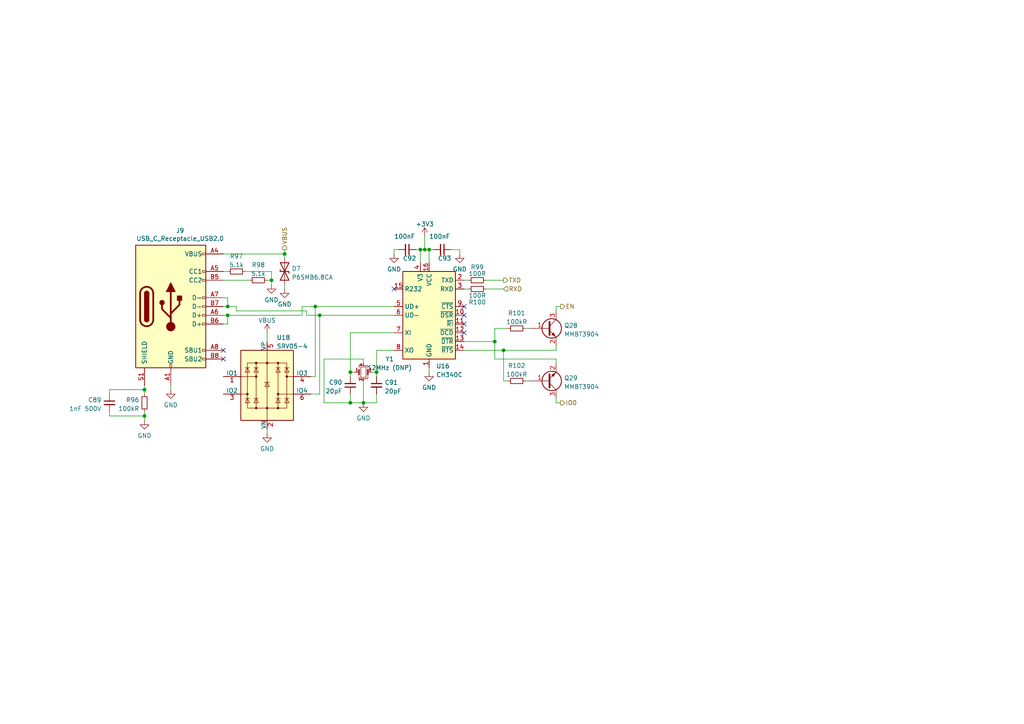
<source format=kicad_sch>
(kicad_sch (version 20211123) (generator eeschema)
  (paper "A4")
  (lib_symbols
    (symbol "Connector:USB_C_Receptacle_USB2.0" (pin_names (offset 1.016))
      (property "Reference" "J" (at -10.16 19.05 0))
      (property "Value" "USB_C_Receptacle_USB2.0" (at 19.05 19.05 0))
      (symbol "USB_C_Receptacle_USB2.0_0_0"
        (rectangle (start -0.254 -17.78) (end 0.254 -16.764))
        (rectangle (start 10.16 -14.986) (end 9.144 -15.494))
        (rectangle (start 10.16 -12.446) (end 9.144 -12.954))
        (rectangle (start 10.16 -4.826) (end 9.144 -5.334))
        (rectangle (start 10.16 -2.286) (end 9.144 -2.794))
        (rectangle (start 10.16 0.254) (end 9.144 -0.254))
        (rectangle (start 10.16 2.794) (end 9.144 2.286))
        (rectangle (start 10.16 7.874) (end 9.144 7.366))
        (rectangle (start 10.16 10.414) (end 9.144 9.906))
        (rectangle (start 10.16 15.494) (end 9.144 14.986))
      )
      (symbol "USB_C_Receptacle_USB2.0_0_1"
        (rectangle (start -10.16 17.78) (end 10.16 -17.78) (stroke (width 0.254)) (fill (type background)))
        (arc (start -8.89 -3.81) (mid -6.985 -5.715) (end -5.08 -3.81) (stroke (width 0.508)))
        (arc (start -7.62 -3.81) (mid -6.985 -4.445) (end -6.35 -3.81) (stroke (width 0.254)))
        (arc (start -7.62 -3.81) (mid -6.985 -4.445) (end -6.35 -3.81) (stroke (width 0.254)) (fill (type outline)))
        (rectangle (start -7.62 -3.81) (end -6.35 3.81) (stroke (width 0.254)) (fill (type outline)))
        (arc (start -6.35 3.81) (mid -6.985 4.445) (end -7.62 3.81) (stroke (width 0.254)))
        (arc (start -6.35 3.81) (mid -6.985 4.445) (end -7.62 3.81) (stroke (width 0.254)) (fill (type outline)))
        (arc (start -5.08 3.81) (mid -6.985 5.715) (end -8.89 3.81) (stroke (width 0.508)))
        (circle (center -2.54 1.143) (radius 0.635) (stroke (width 0.254)) (fill (type outline)))
        (circle (center 0 -5.842) (radius 1.27) (fill (type outline)))
        (polyline (pts (xy -8.89 -3.81) (xy -8.89 3.81)) (stroke (width 0.508)))
        (polyline (pts (xy -5.08 3.81) (xy -5.08 -3.81)) (stroke (width 0.508)))
        (polyline (pts (xy 0 -5.842) (xy 0 4.318)) (stroke (width 0.508)))
        (polyline (pts (xy 0 -3.302) (xy -2.54 -0.762) (xy -2.54 0.508)) (stroke (width 0.508)))
        (polyline (pts (xy 0 -2.032) (xy 2.54 0.508) (xy 2.54 1.778)) (stroke (width 0.508)))
        (polyline (pts (xy -1.27 4.318) (xy 0 6.858) (xy 1.27 4.318) (xy -1.27 4.318)) (stroke (width 0.254)) (fill (type outline)))
        (rectangle (start 1.905 1.778) (end 3.175 3.048) (stroke (width 0.254)) (fill (type outline)))
      )
      (symbol "USB_C_Receptacle_USB2.0_1_1"
        (pin passive line (at 0 -22.86 90) (length 5.08) (name "GND") (number "A1"))
        (pin passive line (at 0 -22.86 90) (length 5.08) hide (name "GND") (number "A12"))
        (pin passive line (at 15.24 15.24 180) (length 5.08) (name "VBUS") (number "A4"))
        (pin bidirectional line (at 15.24 10.16 180) (length 5.08) (name "CC1") (number "A5"))
        (pin bidirectional line (at 15.24 -2.54 180) (length 5.08) (name "D+") (number "A6"))
        (pin bidirectional line (at 15.24 2.54 180) (length 5.08) (name "D-") (number "A7"))
        (pin bidirectional line (at 15.24 -12.7 180) (length 5.08) (name "SBU1") (number "A8"))
        (pin passive line (at 15.24 15.24 180) (length 5.08) hide (name "VBUS") (number "A9"))
        (pin passive line (at 0 -22.86 90) (length 5.08) hide (name "GND") (number "B1"))
        (pin passive line (at 0 -22.86 90) (length 5.08) hide (name "GND") (number "B12"))
        (pin passive line (at 15.24 15.24 180) (length 5.08) hide (name "VBUS") (number "B4"))
        (pin bidirectional line (at 15.24 7.62 180) (length 5.08) (name "CC2") (number "B5"))
        (pin bidirectional line (at 15.24 -5.08 180) (length 5.08) (name "D+") (number "B6"))
        (pin bidirectional line (at 15.24 0 180) (length 5.08) (name "D-") (number "B7"))
        (pin bidirectional line (at 15.24 -15.24 180) (length 5.08) (name "SBU2") (number "B8"))
        (pin passive line (at 15.24 15.24 180) (length 5.08) hide (name "VBUS") (number "B9"))
        (pin passive line (at -7.62 -22.86 90) (length 5.08) (name "SHIELD") (number "S1"))
      )
    )
    (symbol "Device:C_Small" (pin_numbers hide) (pin_names (offset 0.254) hide)
      (property "Reference" "C" (at 0.254 1.778 0))
      (property "Value" "C_Small" (at 0.254 -2.032 0))
      (symbol "C_Small_0_1"
        (polyline (pts (xy -1.524 -0.508) (xy 1.524 -0.508)) (stroke (width 0.3302)))
        (polyline (pts (xy -1.524 0.508) (xy 1.524 0.508)) (stroke (width 0.3048)))
      )
      (symbol "C_Small_1_1"
        (pin passive line (at 0 2.54 270) (length 2.032) (name "~") (number "1"))
        (pin passive line (at 0 -2.54 90) (length 2.032) (name "~") (number "2"))
      )
    )
    (symbol "Device:Crystal_GND24_Small" (pin_names (offset 1.016) hide)
      (property "Reference" "Y" (at 1.27 4.445 0))
      (property "Value" "Crystal_GND24_Small" (at 1.27 2.54 0))
      (symbol "Crystal_GND24_Small_0_1"
        (rectangle (start -0.762 -1.524) (end 0.762 1.524))
        (polyline (pts (xy -1.27 -0.762) (xy -1.27 0.762)) (stroke (width 0.381)))
        (polyline (pts (xy 1.27 -0.762) (xy 1.27 0.762)) (stroke (width 0.381)))
        (polyline (pts (xy -1.27 -1.27) (xy -1.27 -1.905) (xy 1.27 -1.905) (xy 1.27 -1.27)))
        (polyline (pts (xy -1.27 1.27) (xy -1.27 1.905) (xy 1.27 1.905) (xy 1.27 1.27)))
      )
      (symbol "Crystal_GND24_Small_1_1"
        (pin passive line (at -2.54 0 0) (length 1.27) (name "1") (number "1"))
        (pin passive line (at 0 -2.54 90) (length 0.635) (name "2") (number "2"))
        (pin passive line (at 2.54 0 180) (length 1.27) (name "3") (number "3"))
        (pin passive line (at 0 2.54 270) (length 0.635) (name "4") (number "4"))
      )
    )
    (symbol "Device:D_TVS" (pin_numbers hide) (pin_names (offset 1.016) hide)
      (property "Reference" "D" (at 0 2.54 0))
      (property "Value" "D_TVS" (at 0 -2.54 0))
      (symbol "D_TVS_0_1"
        (polyline (pts (xy 1.27 0) (xy -1.27 0)))
        (polyline (pts (xy 0.508 1.27) (xy 0 1.27) (xy 0 -1.27) (xy -0.508 -1.27)) (stroke (width 0.254)))
        (polyline (pts (xy -2.54 1.27) (xy -2.54 -1.27) (xy 2.54 1.27) (xy 2.54 -1.27) (xy -2.54 1.27)) (stroke (width 0.254)))
      )
      (symbol "D_TVS_1_1"
        (pin passive line (at -3.81 0 0) (length 2.54) (name "A1") (number "1"))
        (pin passive line (at 3.81 0 180) (length 2.54) (name "A2") (number "2"))
      )
    )
    (symbol "Device:R_Small" (pin_numbers hide) (pin_names (offset 0.254) hide)
      (property "Reference" "R" (at 0.762 0.508 0))
      (property "Value" "R_Small" (at 0.762 -1.016 0))
      (symbol "R_Small_0_1"
        (rectangle (start -0.762 1.778) (end 0.762 -1.778) (stroke (width 0.2032)))
      )
      (symbol "R_Small_1_1"
        (pin passive line (at 0 2.54 270) (length 0.762) (name "~") (number "1"))
        (pin passive line (at 0 -2.54 90) (length 0.762) (name "~") (number "2"))
      )
    )
    (symbol "Interface_USB:CH340G"
      (property "Reference" "U" (at -5.08 13.97 0))
      (property "Value" "CH340G" (at 1.27 13.97 0))
      (symbol "CH340G_0_1"
        (rectangle (start -7.62 12.7) (end 7.62 -12.7) (stroke (width 0.254)) (fill (type background)))
      )
      (symbol "CH340G_1_1"
        (pin power_in line (at 0 -15.24 90) (length 2.54) (name "GND") (number "1"))
        (pin input line (at 10.16 0 180) (length 2.54) (name "~{DSR}") (number "10"))
        (pin input line (at 10.16 -2.54 180) (length 2.54) (name "~{RI}") (number "11"))
        (pin input line (at 10.16 -5.08 180) (length 2.54) (name "~{DCD}") (number "12"))
        (pin output line (at 10.16 -7.62 180) (length 2.54) (name "~{DTR}") (number "13"))
        (pin output line (at 10.16 -10.16 180) (length 2.54) (name "~{RTS}") (number "14"))
        (pin input line (at -10.16 7.62 0) (length 2.54) (name "R232") (number "15"))
        (pin power_in line (at 0 15.24 270) (length 2.54) (name "VCC") (number "16"))
        (pin output line (at 10.16 10.16 180) (length 2.54) (name "TXD") (number "2"))
        (pin input line (at 10.16 7.62 180) (length 2.54) (name "RXD") (number "3"))
        (pin passive line (at -2.54 15.24 270) (length 2.54) (name "V3") (number "4"))
        (pin bidirectional line (at -10.16 2.54 0) (length 2.54) (name "UD+") (number "5"))
        (pin bidirectional line (at -10.16 0 0) (length 2.54) (name "UD-") (number "6"))
        (pin input line (at -10.16 -5.08 0) (length 2.54) (name "XI") (number "7"))
        (pin output line (at -10.16 -10.16 0) (length 2.54) (name "XO") (number "8"))
        (pin input line (at 10.16 2.54 180) (length 2.54) (name "~{CTS}") (number "9"))
      )
    )
    (symbol "Power_Protection:SRV05-4" (pin_names (offset 0))
      (property "Reference" "U" (at -5.08 11.43 0))
      (property "Value" "SRV05-4" (at 2.54 11.43 0))
      (symbol "SRV05-4_0_0"
        (rectangle (start -5.715 6.477) (end 5.715 -6.604))
        (polyline (pts (xy -3.175 -6.604) (xy -3.175 6.477)))
        (polyline (pts (xy 3.175 6.477) (xy 3.175 -6.604)))
      )
      (symbol "SRV05-4_0_1"
        (rectangle (start -7.62 10.16) (end 7.62 -10.16) (stroke (width 0.254)) (fill (type background)))
        (circle (center -5.715 -2.54) (radius 0.2794) (fill (type outline)))
        (circle (center -3.175 -6.604) (radius 0.2794) (fill (type outline)))
        (circle (center -3.175 2.54) (radius 0.2794) (fill (type outline)))
        (circle (center -3.175 6.477) (radius 0.2794) (fill (type outline)))
        (circle (center 0 -6.604) (radius 0.2794) (fill (type outline)))
        (polyline (pts (xy -7.747 2.54) (xy -3.175 2.54)))
        (polyline (pts (xy -7.62 -2.54) (xy -5.715 -2.54)))
        (polyline (pts (xy -5.08 -3.81) (xy -6.35 -3.81)))
        (polyline (pts (xy -5.08 5.08) (xy -6.35 5.08)))
        (polyline (pts (xy -2.54 -3.81) (xy -3.81 -3.81)))
        (polyline (pts (xy -2.54 5.08) (xy -3.81 5.08)))
        (polyline (pts (xy 0 10.16) (xy 0 -10.16)))
        (polyline (pts (xy 3.81 -3.81) (xy 2.54 -3.81)))
        (polyline (pts (xy 3.81 5.08) (xy 2.54 5.08)))
        (polyline (pts (xy 6.35 -3.81) (xy 5.08 -3.81)))
        (polyline (pts (xy 6.35 5.08) (xy 5.08 5.08)))
        (polyline (pts (xy 7.62 -2.54) (xy 3.175 -2.54)))
        (polyline (pts (xy 7.62 2.54) (xy 5.715 2.54)))
        (polyline (pts (xy 0.635 0.889) (xy -0.635 0.889) (xy -0.635 0.635)))
        (polyline (pts (xy -5.08 -5.08) (xy -6.35 -5.08) (xy -5.715 -3.81) (xy -5.08 -5.08)))
        (polyline (pts (xy -5.08 3.81) (xy -6.35 3.81) (xy -5.715 5.08) (xy -5.08 3.81)))
        (polyline (pts (xy -2.54 -5.08) (xy -3.81 -5.08) (xy -3.175 -3.81) (xy -2.54 -5.08)))
        (polyline (pts (xy -2.54 3.81) (xy -3.81 3.81) (xy -3.175 5.08) (xy -2.54 3.81)))
        (polyline (pts (xy 0.635 -0.381) (xy -0.635 -0.381) (xy 0 0.889) (xy 0.635 -0.381)))
        (polyline (pts (xy 3.81 -5.08) (xy 2.54 -5.08) (xy 3.175 -3.81) (xy 3.81 -5.08)))
        (polyline (pts (xy 3.81 3.81) (xy 2.54 3.81) (xy 3.175 5.08) (xy 3.81 3.81)))
        (polyline (pts (xy 6.35 -5.08) (xy 5.08 -5.08) (xy 5.715 -3.81) (xy 6.35 -5.08)))
        (polyline (pts (xy 6.35 3.81) (xy 5.08 3.81) (xy 5.715 5.08) (xy 6.35 3.81)))
        (circle (center 0 6.477) (radius 0.2794) (fill (type outline)))
        (circle (center 3.175 -6.604) (radius 0.2794) (fill (type outline)))
        (circle (center 3.175 -2.54) (radius 0.2794) (fill (type outline)))
        (circle (center 3.175 6.477) (radius 0.2794) (fill (type outline)))
        (circle (center 5.715 2.54) (radius 0.2794) (fill (type outline)))
      )
      (symbol "SRV05-4_1_1"
        (pin passive line (at -12.7 2.54 0) (length 5.08) (name "IO1") (number "1"))
        (pin passive line (at 0 -12.7 90) (length 2.54) (name "VN") (number "2"))
        (pin passive line (at -12.7 -2.54 0) (length 5.08) (name "IO2") (number "3"))
        (pin passive line (at 12.7 2.54 180) (length 5.08) (name "IO3") (number "4"))
        (pin passive line (at 0 12.7 270) (length 2.54) (name "VP") (number "5"))
        (pin passive line (at 12.7 -2.54 180) (length 5.08) (name "IO4") (number "6"))
      )
    )
    (symbol "Transistor_BJT:MMBT3904" (pin_names (offset 0) hide)
      (property "Reference" "Q" (at 5.08 1.905 0))
      (property "Value" "MMBT3904" (at 5.08 0 0))
      (symbol "MMBT3904_0_1"
        (polyline (pts (xy 0.635 0.635) (xy 2.54 2.54)))
        (polyline (pts (xy 0.635 -0.635) (xy 2.54 -2.54) (xy 2.54 -2.54)))
        (polyline (pts (xy 0.635 1.905) (xy 0.635 -1.905) (xy 0.635 -1.905)) (stroke (width 0.508)))
        (polyline (pts (xy 1.27 -1.778) (xy 1.778 -1.27) (xy 2.286 -2.286) (xy 1.27 -1.778) (xy 1.27 -1.778)) (fill (type outline)))
        (circle (center 1.27 0) (radius 2.8194) (stroke (width 0.254)))
      )
      (symbol "MMBT3904_1_1"
        (pin input line (at -5.08 0 0) (length 5.715) (name "B") (number "1"))
        (pin passive line (at 2.54 -5.08 90) (length 2.54) (name "E") (number "2"))
        (pin passive line (at 2.54 5.08 270) (length 2.54) (name "C") (number "3"))
      )
    )
    (symbol "power:+3V3" (power) (pin_names (offset 0))
      (property "Value" "+3V3" (at 0 3.556 0))
      (symbol "+3V3_0_1"
        (polyline (pts (xy -0.762 1.27) (xy 0 2.54)))
        (polyline (pts (xy 0 0) (xy 0 2.54)))
        (polyline (pts (xy 0 2.54) (xy 0.762 1.27)))
      )
      (symbol "+3V3_1_1"
        (pin power_in line (at 0 0 90) (length 0) hide (name "+3V3") (number "1"))
      )
    )
    (symbol "power:GND" (power) (pin_names (offset 0))
      (property "Value" "GND" (at 0 -3.81 0))
      (symbol "GND_0_1"
        (polyline (pts (xy 0 0) (xy 0 -1.27) (xy 1.27 -1.27) (xy 0 -2.54) (xy -1.27 -1.27) (xy 0 -1.27)))
      )
      (symbol "GND_1_1"
        (pin power_in line (at 0 0 270) (length 0) hide (name "GND") (number "1"))
      )
    )
    (symbol "power:VBUS" (power) (pin_names (offset 0))
      (property "Value" "VBUS" (at 0 3.81 0))
      (symbol "VBUS_0_1"
        (polyline (pts (xy -0.762 1.27) (xy 0 2.54)))
        (polyline (pts (xy 0 0) (xy 0 2.54)))
        (polyline (pts (xy 0 2.54) (xy 0.762 1.27)))
      )
      (symbol "VBUS_1_1"
        (pin power_in line (at 0 0 90) (length 0) hide (name "VBUS") (number "1"))
      )
    )
  )
  (junction (at 78.74 81.28))
  (junction (at 121.92 72.39))
  (junction (at 105.41 116.84))
  (junction (at 92.71 91.44))
  (junction (at 101.6 107.95))
  (junction (at 41.91 120.65))
  (junction (at 82.55 73.66))
  (junction (at 146.05 101.6))
  (junction (at 66.04 91.44))
  (junction (at 124.46 72.39))
  (junction (at 41.91 113.03))
  (junction (at 101.6 116.84))
  (junction (at 66.04 88.9))
  (junction (at 123.19 72.39))
  (junction (at 109.22 107.95))
  (junction (at 143.51 99.06))
  (junction (at 91.44 88.9))
  (no_connect (at 64.77 104.14))
  (no_connect (at 134.62 88.9))
  (no_connect (at 114.3 83.82))
  (no_connect (at 64.77 101.6))
  (no_connect (at 134.62 96.52))
  (no_connect (at 134.62 91.44))
  (no_connect (at 134.62 93.98))
  (wire (pts (xy 41.91 119.38) (xy 41.91 120.65)))
  (wire (pts (xy 140.97 83.82) (xy 146.05 83.82)))
  (wire (pts (xy 105.41 116.84) (xy 109.22 116.84)))
  (wire (pts (xy 162.56 88.9) (xy 161.29 88.9)))
  (wire (pts (xy 41.91 120.65) (xy 41.91 121.92)))
  (wire (pts (xy 88.9 91.44) (xy 92.71 91.44)))
  (wire (pts (xy 123.19 68.58) (xy 123.19 72.39)))
  (wire (pts (xy 134.62 99.06) (xy 143.51 99.06)))
  (wire (pts (xy 133.35 72.39) (xy 133.35 73.66)))
  (wire (pts (xy 82.55 73.66) (xy 82.55 74.93)))
  (wire (pts (xy 64.77 88.9) (xy 66.04 88.9)))
  (wire (pts (xy 161.29 88.9) (xy 161.29 90.17)))
  (wire (pts (xy 120.65 72.39) (xy 121.92 72.39)))
  (wire (pts (xy 90.17 109.22) (xy 91.44 109.22)))
  (wire (pts (xy 31.75 113.03) (xy 41.91 113.03)))
  (wire (pts (xy 66.04 91.44) (xy 66.04 93.98)))
  (wire (pts (xy 124.46 106.68) (xy 124.46 107.95)))
  (wire (pts (xy 152.4 95.25) (xy 153.67 95.25)))
  (wire (pts (xy 78.74 81.28) (xy 78.74 78.74)))
  (wire (pts (xy 121.92 76.2) (xy 121.92 72.39)))
  (wire (pts (xy 64.77 86.36) (xy 66.04 86.36)))
  (wire (pts (xy 146.05 101.6) (xy 146.05 110.49)))
  (wire (pts (xy 41.91 111.76) (xy 41.91 113.03)))
  (wire (pts (xy 134.62 83.82) (xy 135.89 83.82)))
  (wire (pts (xy 87.63 88.9) (xy 91.44 88.9)))
  (wire (pts (xy 114.3 96.52) (xy 101.6 96.52)))
  (wire (pts (xy 101.6 96.52) (xy 101.6 107.95)))
  (wire (pts (xy 162.56 116.84) (xy 161.29 116.84)))
  (wire (pts (xy 161.29 105.41) (xy 161.29 104.14)))
  (wire (pts (xy 101.6 107.95) (xy 102.87 107.95)))
  (wire (pts (xy 31.75 120.65) (xy 31.75 119.38)))
  (wire (pts (xy 64.77 81.28) (xy 72.39 81.28)))
  (wire (pts (xy 91.44 88.9) (xy 91.44 109.22)))
  (wire (pts (xy 130.81 72.39) (xy 133.35 72.39)))
  (wire (pts (xy 88.9 91.44) (xy 88.9 90.17)))
  (wire (pts (xy 143.51 104.14) (xy 161.29 104.14)))
  (wire (pts (xy 41.91 120.65) (xy 31.75 120.65)))
  (wire (pts (xy 66.04 86.36) (xy 66.04 88.9)))
  (wire (pts (xy 125.73 72.39) (xy 124.46 72.39)))
  (wire (pts (xy 161.29 100.33) (xy 161.29 101.6)))
  (wire (pts (xy 68.58 88.9) (xy 66.04 88.9)))
  (wire (pts (xy 92.71 91.44) (xy 114.3 91.44)))
  (wire (pts (xy 64.77 78.74) (xy 66.04 78.74)))
  (wire (pts (xy 64.77 93.98) (xy 66.04 93.98)))
  (wire (pts (xy 82.55 82.55) (xy 82.55 83.82)))
  (wire (pts (xy 90.17 114.3) (xy 92.71 114.3)))
  (wire (pts (xy 134.62 101.6) (xy 146.05 101.6)))
  (wire (pts (xy 143.51 95.25) (xy 143.51 99.06)))
  (wire (pts (xy 82.55 72.39) (xy 82.55 73.66)))
  (wire (pts (xy 109.22 107.95) (xy 109.22 109.22)))
  (wire (pts (xy 87.63 91.44) (xy 66.04 91.44)))
  (wire (pts (xy 64.77 73.66) (xy 82.55 73.66)))
  (wire (pts (xy 143.51 95.25) (xy 147.32 95.25)))
  (wire (pts (xy 92.71 91.44) (xy 92.71 114.3)))
  (wire (pts (xy 105.41 104.14) (xy 93.98 104.14)))
  (wire (pts (xy 77.47 96.52) (xy 77.47 99.06)))
  (wire (pts (xy 87.63 88.9) (xy 87.63 91.44)))
  (wire (pts (xy 109.22 116.84) (xy 109.22 114.3)))
  (wire (pts (xy 109.22 101.6) (xy 114.3 101.6)))
  (wire (pts (xy 105.41 105.41) (xy 105.41 104.14)))
  (wire (pts (xy 121.92 72.39) (xy 123.19 72.39)))
  (wire (pts (xy 101.6 116.84) (xy 101.6 114.3)))
  (wire (pts (xy 88.9 90.17) (xy 68.58 90.17)))
  (wire (pts (xy 105.41 116.84) (xy 101.6 116.84)))
  (wire (pts (xy 31.75 114.3) (xy 31.75 113.03)))
  (wire (pts (xy 161.29 116.84) (xy 161.29 115.57)))
  (wire (pts (xy 114.3 73.66) (xy 114.3 72.39)))
  (wire (pts (xy 68.58 90.17) (xy 68.58 88.9)))
  (wire (pts (xy 140.97 81.28) (xy 146.05 81.28)))
  (wire (pts (xy 78.74 82.55) (xy 78.74 81.28)))
  (wire (pts (xy 41.91 113.03) (xy 41.91 114.3)))
  (wire (pts (xy 146.05 110.49) (xy 147.32 110.49)))
  (wire (pts (xy 93.98 104.14) (xy 93.98 116.84)))
  (wire (pts (xy 49.53 111.76) (xy 49.53 113.03)))
  (wire (pts (xy 123.19 72.39) (xy 124.46 72.39)))
  (wire (pts (xy 109.22 107.95) (xy 109.22 101.6)))
  (wire (pts (xy 101.6 109.22) (xy 101.6 107.95)))
  (wire (pts (xy 93.98 116.84) (xy 101.6 116.84)))
  (wire (pts (xy 77.47 124.46) (xy 77.47 125.73)))
  (wire (pts (xy 143.51 99.06) (xy 143.51 104.14)))
  (wire (pts (xy 161.29 101.6) (xy 146.05 101.6)))
  (wire (pts (xy 77.47 81.28) (xy 78.74 81.28)))
  (wire (pts (xy 152.4 110.49) (xy 153.67 110.49)))
  (wire (pts (xy 78.74 78.74) (xy 71.12 78.74)))
  (wire (pts (xy 91.44 88.9) (xy 114.3 88.9)))
  (wire (pts (xy 134.62 81.28) (xy 135.89 81.28)))
  (wire (pts (xy 105.41 110.49) (xy 105.41 116.84)))
  (wire (pts (xy 124.46 72.39) (xy 124.46 76.2)))
  (wire (pts (xy 107.95 107.95) (xy 109.22 107.95)))
  (wire (pts (xy 114.3 72.39) (xy 115.57 72.39)))
  (wire (pts (xy 64.77 91.44) (xy 66.04 91.44)))
  (hierarchical_label "IO0" (shape output) (at 162.56 116.84 0))
  (hierarchical_label "EN" (shape output) (at 162.56 88.9 0))
  (hierarchical_label "VBUS" (shape output) (at 82.55 72.39 90))
  (hierarchical_label "RXD" (shape input) (at 146.05 83.82 0))
  (hierarchical_label "TXD" (shape output) (at 146.05 81.28 0))
  (symbol (lib_id "Device:C_Small") (at 31.75 116.84 0) (mirror y) (unit 1)
    (property "Reference" "C89" (at 29.4259 116.0116 0) (effects (justify left)))
    (property "Value" "1nF 500V" (at 29.4259 118.5485 0) (effects (justify left)))
    (property "Footprint" "Capacitor_SMD:C_1206_3216Metric" (effects hide))
    (property "LCSC" "C35216" (effects hide))
  )
  (symbol (lib_id "Connector:USB_C_Receptacle_USB2.0") (at 49.53 88.9 0) (unit 1)
    (property "Reference" "J9" (at 52.2478 66.8782 0))
    (property "Value" "USB_C_Receptacle_USB2.0" (at 52.2478 69.1896 0))
    (property "Footprint" "Connector_USB:USB_C_Receptacle_Palconn_UTC16-G" (effects hide))
    (property "Datasheet" "https://datasheet.lcsc.com/lcsc/2103051833_Jing-Extension-of-the-Electronic-Co.-918-418K2023S40001_C167321.pdf" (effects hide))
    (property "LCSC" "C167321" (effects hide))
  )
  (symbol (lib_id "Transistor_BJT:MMBT3904") (at 158.75 95.25 0) (unit 1)
    (property "Reference" "Q28" (at 163.6014 94.4153 0) (effects (justify left)))
    (property "Value" "MMBT3904" (at 163.6014 96.9522 0) (effects (justify left)))
    (property "Footprint" "Package_TO_SOT_SMD:SOT-23" (effects hide))
    (property "Datasheet" "https://www.onsemi.com/pub/Collateral/2N3903-D.PDF" (effects hide))
    (property "LCSC" "C20526" (effects hide))
  )
  (symbol (lib_id "Device:R_Small") (at 149.86 110.49 90) (mirror x) (unit 1)
    (property "Reference" "R102" (at 149.86 106.0536 90))
    (property "Value" "100kR" (at 149.86 108.5905 90))
    (property "Footprint" "Resistor_SMD:R_0402_1005Metric" (effects hide))
    (property "LCSC" "C25741" (effects hide))
  )
  (symbol (lib_id "power:GND") (at 105.41 116.84 0) (unit 1)
    (property "Reference" "#PWR0268" (effects hide))
    (property "Value" "GND" (at 105.41 121.2834 0))
  )
  (symbol (lib_id "Device:R_Small") (at 138.43 81.28 270) (unit 1)
    (property "Reference" "R99" (at 138.43 77.47 90))
    (property "Value" "100R" (at 138.43 79.3805 90))
    (property "Footprint" "Resistor_SMD:R_0402_1005Metric" (effects hide))
    (property "LCSC" "C25076" (effects hide))
  )
  (symbol (lib_id "power:GND") (at 41.91 121.92 0) (mirror y) (unit 1)
    (property "Reference" "#PWR0265" (effects hide))
    (property "Value" "GND" (at 41.91 126.3634 0))
  )
  (symbol (lib_id "Device:C_Small") (at 128.27 72.39 270) (mirror x) (unit 1)
    (property "Reference" "C93" (at 127 74.93 90) (effects (justify left)))
    (property "Value" "100nF" (at 124.46 68.58 90) (effects (justify left)))
    (property "Footprint" "Capacitor_SMD:C_0402_1005Metric" (effects hide))
    (property "LCSC" "C1525" (effects hide))
  )
  (symbol (lib_id "Power_Protection:SRV05-4") (at 77.47 111.76 0) (unit 1)
    (property "Reference" "U18" (at 80.2387 97.9002 0) (effects (justify left)))
    (property "Value" "SRV05-4" (at 80.2387 100.4371 0) (effects (justify left)))
    (property "Footprint" "Package_TO_SOT_SMD:SOT-23-6" (effects hide))
    (property "Datasheet" "http://www.onsemi.com/pub/Collateral/SRV05-4-D.PDF" (effects hide))
    (property "LCSC" "C85364" (effects hide))
  )
  (symbol (lib_id "Device:C_Small") (at 101.6 111.76 0) (mirror x) (unit 1)
    (property "Reference" "C90" (at 99.276 110.9189 0) (effects (justify right)))
    (property "Value" "20pF" (at 99.276 113.4558 0) (effects (justify right)))
    (property "Footprint" "Capacitor_SMD:C_0402_1005Metric" (effects hide))
    (property "LCSC" "C1554" (effects hide))
  )
  (symbol (lib_id "Interface_USB:CH340G") (at 124.46 91.44 0) (unit 1)
    (property "Reference" "U16" (at 126.4794 106.1704 0) (effects (justify left)))
    (property "Value" "CH340C" (at 126.4794 108.7073 0) (effects (justify left)))
    (property "Footprint" "Package_SO:SOIC-16_3.9x9.9mm_P1.27mm" (effects hide))
    (property "Datasheet" "http://www.datasheet5.com/pdf-local-2195953" (effects hide))
    (property "LCSC" "C84681" (effects hide))
  )
  (symbol (lib_id "power:GND") (at 124.46 107.95 0) (unit 1)
    (property "Reference" "#PWR0267" (effects hide))
    (property "Value" "GND" (at 124.46 112.3934 0))
  )
  (symbol (lib_id "Device:D_TVS") (at 82.55 78.74 90) (unit 1)
    (property "Reference" "D7" (at 84.582 77.9053 90) (effects (justify right)))
    (property "Value" "P6SMB6.8CA" (at 84.582 80.4422 90) (effects (justify right)))
    (property "Footprint" "Diode_SMD:D_SMB" (effects hide))
    (property "LCSC" "C78395" (effects hide))
  )
  (symbol (lib_id "Device:R_Small") (at 68.58 78.74 270) (mirror x) (unit 1)
    (property "Reference" "R97" (at 68.58 74.3036 90))
    (property "Value" "5.1k" (at 68.58 76.8405 90))
    (property "Footprint" "Resistor_SMD:R_0402_1005Metric" (effects hide))
    (property "LCSC" "C25905" (effects hide))
  )
  (symbol (lib_id "Device:C_Small") (at 109.22 111.76 0) (unit 1)
    (property "Reference" "C91" (at 111.5441 110.9316 0) (effects (justify left)))
    (property "Value" "20pF" (at 111.5441 113.4685 0) (effects (justify left)))
    (property "Footprint" "Capacitor_SMD:C_0402_1005Metric" (effects hide))
    (property "LCSC" "C1554" (effects hide))
  )
  (symbol (lib_id "power:VBUS") (at 77.47 96.52 0) (unit 1)
    (property "Reference" "#PWR0305" (effects hide))
    (property "Value" "VBUS" (at 77.47 92.9442 0))
  )
  (symbol (lib_id "Device:C_Small") (at 118.11 72.39 270) (mirror x) (unit 1)
    (property "Reference" "C92" (at 116.84 74.93 90) (effects (justify left)))
    (property "Value" "100nF" (at 114.3 68.58 90) (effects (justify left)))
    (property "Footprint" "Capacitor_SMD:C_0402_1005Metric" (effects hide))
    (property "LCSC" "C1525" (effects hide))
  )
  (symbol (lib_id "power:GND") (at 78.74 82.55 0) (unit 1)
    (property "Reference" "#PWR0264" (effects hide))
    (property "Value" "GND" (at 78.74 86.9934 0))
  )
  (symbol (lib_id "power:GND") (at 77.47 125.73 0) (unit 1)
    (property "Reference" "#PWR0306" (effects hide))
    (property "Value" "GND" (at 77.47 130.1734 0))
  )
  (symbol (lib_id "power:GND") (at 82.55 83.82 0) (unit 1)
    (property "Reference" "#PWR0269" (effects hide))
    (property "Value" "GND" (at 82.55 88.2634 0))
  )
  (symbol (lib_id "power:+3V3") (at 123.19 68.58 0) (unit 1)
    (property "Reference" "#PWR0263" (effects hide))
    (property "Value" "+3V3" (at 123.19 65.0042 0))
  )
  (symbol (lib_id "Device:R_Small") (at 41.91 116.84 0) (mirror y) (unit 1)
    (property "Reference" "R96" (at 40.4114 116.0053 0) (effects (justify left)))
    (property "Value" "100kR" (at 40.4114 118.5422 0) (effects (justify left)))
    (property "Footprint" "Resistor_SMD:R_1206_3216Metric" (effects hide))
    (property "LCSC" "C17900" (effects hide))
  )
  (symbol (lib_id "power:GND") (at 133.35 73.66 0) (unit 1)
    (property "Reference" "#PWR0261" (effects hide))
    (property "Value" "GND" (at 133.35 78.1034 0))
  )
  (symbol (lib_id "Device:Crystal_GND24_Small") (at 105.41 107.95 0) (unit 1) (in_bom no)
    (property "Reference" "Y1" (at 113.03 104.14 0))
    (property "Value" "12MHz (DNP)" (at 113.03 106.68 0))
    (property "Footprint" "Crystal:Crystal_SMD_3225-4Pin_3.2x2.5mm" (effects hide))
    (property "Datasheet" "https://datasheet.lcsc.com/szlcsc/Yangxing-Tech-X322512MSB4SI_C9002.pdf" (effects hide))
    (property "LCSC" "C9002" (effects hide))
  )
  (symbol (lib_id "Device:R_Small") (at 138.43 83.82 90) (unit 1)
    (property "Reference" "R100" (at 138.43 87.63 90))
    (property "Value" "100R" (at 138.43 85.7195 90))
    (property "Footprint" "Resistor_SMD:R_0402_1005Metric" (effects hide))
    (property "LCSC" "C25076" (effects hide))
  )
  (symbol (lib_id "Device:R_Small") (at 74.93 81.28 90) (mirror x) (unit 1)
    (property "Reference" "R98" (at 74.93 76.8436 90))
    (property "Value" "5.1k" (at 74.93 79.3805 90))
    (property "Footprint" "Resistor_SMD:R_0402_1005Metric" (effects hide))
    (property "LCSC" "C25905" (effects hide))
  )
  (symbol (lib_id "Transistor_BJT:MMBT3904") (at 158.75 110.49 0) (mirror x) (unit 1)
    (property "Reference" "Q29" (at 163.6014 109.6553 0) (effects (justify left)))
    (property "Value" "MMBT3904" (at 163.6014 112.1922 0) (effects (justify left)))
    (property "Footprint" "Package_TO_SOT_SMD:SOT-23" (effects hide))
    (property "Datasheet" "https://www.onsemi.com/pub/Collateral/2N3903-D.PDF" (effects hide))
    (property "LCSC" "C20526" (effects hide))
  )
  (symbol (lib_id "power:GND") (at 114.3 73.66 0) (unit 1)
    (property "Reference" "#PWR0262" (effects hide))
    (property "Value" "GND" (at 114.3 78.1034 0))
  )
  (symbol (lib_id "Device:R_Small") (at 149.86 95.25 90) (mirror x) (unit 1)
    (property "Reference" "R101" (at 149.86 90.8136 90))
    (property "Value" "100kR" (at 149.86 93.3505 90))
    (property "Footprint" "Resistor_SMD:R_0402_1005Metric" (effects hide))
    (property "LCSC" "C25741" (effects hide))
  )
  (symbol (lib_id "power:GND") (at 49.53 113.03 0) (unit 1)
    (property "Reference" "#PWR0266" (effects hide))
    (property "Value" "GND" (at 49.53 117.4734 0))
  )
)
</source>
